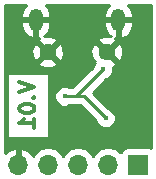
<source format=gbl>
%TF.GenerationSoftware,KiCad,Pcbnew,4.0.7*%
%TF.CreationDate,2017-12-10T14:51:51+08:00*%
%TF.ProjectId,MicroUSB,4D6963726F5553422E6B696361645F70,rev?*%
%TF.FileFunction,Copper,L2,Bot,Signal*%
%FSLAX46Y46*%
G04 Gerber Fmt 4.6, Leading zero omitted, Abs format (unit mm)*
G04 Created by KiCad (PCBNEW 4.0.7) date 12/10/17 14:51:51*
%MOMM*%
%LPD*%
G01*
G04 APERTURE LIST*
%ADD10C,0.100000*%
%ADD11C,0.325000*%
%ADD12R,1.700000X1.700000*%
%ADD13O,1.700000X1.700000*%
%ADD14C,1.450000*%
%ADD15O,1.200000X1.900000*%
%ADD16C,0.453000*%
%ADD17C,0.250000*%
%ADD18C,0.254000*%
G04 APERTURE END LIST*
D10*
D11*
X3028095Y-7969048D02*
X4328095Y-8402381D01*
X3028095Y-8835714D01*
X4204286Y-9269048D02*
X4266190Y-9330953D01*
X4328095Y-9269048D01*
X4266190Y-9207143D01*
X4204286Y-9269048D01*
X4328095Y-9269048D01*
X3028095Y-10135715D02*
X3028095Y-10259524D01*
X3090000Y-10383334D01*
X3151905Y-10445239D01*
X3275714Y-10507143D01*
X3523333Y-10569048D01*
X3832857Y-10569048D01*
X4080476Y-10507143D01*
X4204286Y-10445239D01*
X4266190Y-10383334D01*
X4328095Y-10259524D01*
X4328095Y-10135715D01*
X4266190Y-10011905D01*
X4204286Y-9950001D01*
X4080476Y-9888096D01*
X3832857Y-9826191D01*
X3523333Y-9826191D01*
X3275714Y-9888096D01*
X3151905Y-9950001D01*
X3090000Y-10011905D01*
X3028095Y-10135715D01*
X4328095Y-11807143D02*
X4328095Y-11064286D01*
X4328095Y-11435715D02*
X3028095Y-11435715D01*
X3213810Y-11311905D01*
X3337619Y-11188096D01*
X3399524Y-11064286D01*
D12*
X13100000Y-14950000D03*
D13*
X10560000Y-14950000D03*
X8020000Y-14950000D03*
X5480000Y-14950000D03*
X2940000Y-14950000D03*
D14*
X10440000Y-5400000D03*
X5440000Y-5400000D03*
D15*
X11440000Y-2700000D03*
X4440000Y-2700000D03*
D16*
X13160000Y-5440000D03*
X13530000Y-10900000D03*
X10130000Y-6870004D03*
X10350000Y-11020000D03*
X6870000Y-9170000D03*
D17*
X10130000Y-6870004D02*
X10130000Y-6880000D01*
X10130000Y-6880000D02*
X7840000Y-9170000D01*
X10350000Y-11020000D02*
X8500000Y-9170000D01*
X8500000Y-9170000D02*
X6870000Y-9170000D01*
X7840000Y-9170000D02*
X6870000Y-9170000D01*
X7960000Y-14820000D02*
X7820000Y-14680000D01*
D18*
G36*
X3347610Y-1760053D02*
X3205000Y-2223000D01*
X3205000Y-2573000D01*
X4313000Y-2573000D01*
X4313000Y-2553000D01*
X4567000Y-2553000D01*
X4567000Y-2573000D01*
X5675000Y-2573000D01*
X5675000Y-2223000D01*
X5532390Y-1760053D01*
X5283977Y-1460000D01*
X10596023Y-1460000D01*
X10347610Y-1760053D01*
X10205000Y-2223000D01*
X10205000Y-2573000D01*
X11313000Y-2573000D01*
X11313000Y-2553000D01*
X11567000Y-2553000D01*
X11567000Y-2573000D01*
X12675000Y-2573000D01*
X12675000Y-2223000D01*
X12532390Y-1760053D01*
X12283977Y-1460000D01*
X14180000Y-1460000D01*
X14180000Y-13499136D01*
X13950000Y-13452560D01*
X12250000Y-13452560D01*
X12014683Y-13496838D01*
X11798559Y-13635910D01*
X11653569Y-13848110D01*
X11639914Y-13915541D01*
X11610054Y-13870853D01*
X11128285Y-13548946D01*
X10560000Y-13435907D01*
X9991715Y-13548946D01*
X9509946Y-13870853D01*
X9290000Y-14200026D01*
X9070054Y-13870853D01*
X8588285Y-13548946D01*
X8020000Y-13435907D01*
X7451715Y-13548946D01*
X6969946Y-13870853D01*
X6750000Y-14200026D01*
X6530054Y-13870853D01*
X6048285Y-13548946D01*
X5480000Y-13435907D01*
X4911715Y-13548946D01*
X4429946Y-13870853D01*
X4202298Y-14211553D01*
X4135183Y-14068642D01*
X3706924Y-13678355D01*
X3296890Y-13508524D01*
X3067000Y-13629845D01*
X3067000Y-14823000D01*
X3087000Y-14823000D01*
X3087000Y-15077000D01*
X3067000Y-15077000D01*
X3067000Y-15097000D01*
X2813000Y-15097000D01*
X2813000Y-15077000D01*
X2793000Y-15077000D01*
X2793000Y-14823000D01*
X2813000Y-14823000D01*
X2813000Y-13629845D01*
X2583110Y-13508524D01*
X2173076Y-13678355D01*
X1850000Y-13972785D01*
X1850000Y-7210238D01*
X2032500Y-7210238D01*
X2032500Y-12689762D01*
X5577500Y-12689762D01*
X5577500Y-9340611D01*
X6008351Y-9340611D01*
X6139230Y-9657363D01*
X6381362Y-9899918D01*
X6697885Y-10031350D01*
X7040611Y-10031649D01*
X7286621Y-9930000D01*
X8185198Y-9930000D01*
X9518306Y-11263108D01*
X9619230Y-11507363D01*
X9861362Y-11749918D01*
X10177885Y-11881350D01*
X10520611Y-11881649D01*
X10837363Y-11750770D01*
X11079918Y-11508638D01*
X11211350Y-11192115D01*
X11211649Y-10849389D01*
X11080770Y-10532637D01*
X10838638Y-10290082D01*
X10592805Y-10188003D01*
X9244802Y-8840000D01*
X10390143Y-7694659D01*
X10617363Y-7600774D01*
X10859918Y-7358642D01*
X10991350Y-7042119D01*
X10991649Y-6699393D01*
X10976650Y-6663092D01*
X11148878Y-6591753D01*
X11213793Y-6353398D01*
X10440000Y-5579605D01*
X10425858Y-5593748D01*
X10246253Y-5414143D01*
X10260395Y-5400000D01*
X10619605Y-5400000D01*
X11393398Y-6173793D01*
X11631753Y-6108878D01*
X11812312Y-5598854D01*
X11783949Y-5058556D01*
X11631753Y-4691122D01*
X11393398Y-4626207D01*
X10619605Y-5400000D01*
X10260395Y-5400000D01*
X9486602Y-4626207D01*
X9248247Y-4691122D01*
X9067688Y-5201146D01*
X9096051Y-5741444D01*
X9248247Y-6108878D01*
X9486600Y-6173792D01*
X9371450Y-6288942D01*
X9432006Y-6349498D01*
X9400082Y-6381366D01*
X9290905Y-6644293D01*
X7525198Y-8410000D01*
X7286193Y-8410000D01*
X7042115Y-8308650D01*
X6699389Y-8308351D01*
X6382637Y-8439230D01*
X6140082Y-8681362D01*
X6008650Y-8997885D01*
X6008351Y-9340611D01*
X5577500Y-9340611D01*
X5577500Y-7210238D01*
X2032500Y-7210238D01*
X1850000Y-7210238D01*
X1850000Y-6353398D01*
X4666207Y-6353398D01*
X4731122Y-6591753D01*
X5241146Y-6772312D01*
X5781444Y-6743949D01*
X6148878Y-6591753D01*
X6213793Y-6353398D01*
X5440000Y-5579605D01*
X4666207Y-6353398D01*
X1850000Y-6353398D01*
X1850000Y-5201146D01*
X4067688Y-5201146D01*
X4096051Y-5741444D01*
X4248247Y-6108878D01*
X4486602Y-6173793D01*
X5260395Y-5400000D01*
X5619605Y-5400000D01*
X6393398Y-6173793D01*
X6631753Y-6108878D01*
X6812312Y-5598854D01*
X6783949Y-5058556D01*
X6631753Y-4691122D01*
X6393398Y-4626207D01*
X5619605Y-5400000D01*
X5260395Y-5400000D01*
X4486602Y-4626207D01*
X4248247Y-4691122D01*
X4067688Y-5201146D01*
X1850000Y-5201146D01*
X1850000Y-2827000D01*
X3205000Y-2827000D01*
X3205000Y-3177000D01*
X3347610Y-3639947D01*
X3656526Y-4013080D01*
X4084719Y-4239592D01*
X4122391Y-4243462D01*
X4313000Y-4118731D01*
X4313000Y-2827000D01*
X4567000Y-2827000D01*
X4567000Y-4118731D01*
X4726988Y-4223424D01*
X4666207Y-4446602D01*
X5440000Y-5220395D01*
X6213793Y-4446602D01*
X9666207Y-4446602D01*
X10440000Y-5220395D01*
X11213793Y-4446602D01*
X11153012Y-4223424D01*
X11313000Y-4118731D01*
X11313000Y-2827000D01*
X11567000Y-2827000D01*
X11567000Y-4118731D01*
X11757609Y-4243462D01*
X11795281Y-4239592D01*
X12223474Y-4013080D01*
X12532390Y-3639947D01*
X12675000Y-3177000D01*
X12675000Y-2827000D01*
X11567000Y-2827000D01*
X11313000Y-2827000D01*
X10205000Y-2827000D01*
X10205000Y-3177000D01*
X10347610Y-3639947D01*
X10656526Y-4013080D01*
X10775768Y-4076158D01*
X10638854Y-4027688D01*
X10098556Y-4056051D01*
X9731122Y-4208247D01*
X9666207Y-4446602D01*
X6213793Y-4446602D01*
X6148878Y-4208247D01*
X5638854Y-4027688D01*
X5147055Y-4053505D01*
X5223474Y-4013080D01*
X5532390Y-3639947D01*
X5675000Y-3177000D01*
X5675000Y-2827000D01*
X4567000Y-2827000D01*
X4313000Y-2827000D01*
X3205000Y-2827000D01*
X1850000Y-2827000D01*
X1850000Y-1460000D01*
X3596023Y-1460000D01*
X3347610Y-1760053D01*
X3347610Y-1760053D01*
G37*
X3347610Y-1760053D02*
X3205000Y-2223000D01*
X3205000Y-2573000D01*
X4313000Y-2573000D01*
X4313000Y-2553000D01*
X4567000Y-2553000D01*
X4567000Y-2573000D01*
X5675000Y-2573000D01*
X5675000Y-2223000D01*
X5532390Y-1760053D01*
X5283977Y-1460000D01*
X10596023Y-1460000D01*
X10347610Y-1760053D01*
X10205000Y-2223000D01*
X10205000Y-2573000D01*
X11313000Y-2573000D01*
X11313000Y-2553000D01*
X11567000Y-2553000D01*
X11567000Y-2573000D01*
X12675000Y-2573000D01*
X12675000Y-2223000D01*
X12532390Y-1760053D01*
X12283977Y-1460000D01*
X14180000Y-1460000D01*
X14180000Y-13499136D01*
X13950000Y-13452560D01*
X12250000Y-13452560D01*
X12014683Y-13496838D01*
X11798559Y-13635910D01*
X11653569Y-13848110D01*
X11639914Y-13915541D01*
X11610054Y-13870853D01*
X11128285Y-13548946D01*
X10560000Y-13435907D01*
X9991715Y-13548946D01*
X9509946Y-13870853D01*
X9290000Y-14200026D01*
X9070054Y-13870853D01*
X8588285Y-13548946D01*
X8020000Y-13435907D01*
X7451715Y-13548946D01*
X6969946Y-13870853D01*
X6750000Y-14200026D01*
X6530054Y-13870853D01*
X6048285Y-13548946D01*
X5480000Y-13435907D01*
X4911715Y-13548946D01*
X4429946Y-13870853D01*
X4202298Y-14211553D01*
X4135183Y-14068642D01*
X3706924Y-13678355D01*
X3296890Y-13508524D01*
X3067000Y-13629845D01*
X3067000Y-14823000D01*
X3087000Y-14823000D01*
X3087000Y-15077000D01*
X3067000Y-15077000D01*
X3067000Y-15097000D01*
X2813000Y-15097000D01*
X2813000Y-15077000D01*
X2793000Y-15077000D01*
X2793000Y-14823000D01*
X2813000Y-14823000D01*
X2813000Y-13629845D01*
X2583110Y-13508524D01*
X2173076Y-13678355D01*
X1850000Y-13972785D01*
X1850000Y-7210238D01*
X2032500Y-7210238D01*
X2032500Y-12689762D01*
X5577500Y-12689762D01*
X5577500Y-9340611D01*
X6008351Y-9340611D01*
X6139230Y-9657363D01*
X6381362Y-9899918D01*
X6697885Y-10031350D01*
X7040611Y-10031649D01*
X7286621Y-9930000D01*
X8185198Y-9930000D01*
X9518306Y-11263108D01*
X9619230Y-11507363D01*
X9861362Y-11749918D01*
X10177885Y-11881350D01*
X10520611Y-11881649D01*
X10837363Y-11750770D01*
X11079918Y-11508638D01*
X11211350Y-11192115D01*
X11211649Y-10849389D01*
X11080770Y-10532637D01*
X10838638Y-10290082D01*
X10592805Y-10188003D01*
X9244802Y-8840000D01*
X10390143Y-7694659D01*
X10617363Y-7600774D01*
X10859918Y-7358642D01*
X10991350Y-7042119D01*
X10991649Y-6699393D01*
X10976650Y-6663092D01*
X11148878Y-6591753D01*
X11213793Y-6353398D01*
X10440000Y-5579605D01*
X10425858Y-5593748D01*
X10246253Y-5414143D01*
X10260395Y-5400000D01*
X10619605Y-5400000D01*
X11393398Y-6173793D01*
X11631753Y-6108878D01*
X11812312Y-5598854D01*
X11783949Y-5058556D01*
X11631753Y-4691122D01*
X11393398Y-4626207D01*
X10619605Y-5400000D01*
X10260395Y-5400000D01*
X9486602Y-4626207D01*
X9248247Y-4691122D01*
X9067688Y-5201146D01*
X9096051Y-5741444D01*
X9248247Y-6108878D01*
X9486600Y-6173792D01*
X9371450Y-6288942D01*
X9432006Y-6349498D01*
X9400082Y-6381366D01*
X9290905Y-6644293D01*
X7525198Y-8410000D01*
X7286193Y-8410000D01*
X7042115Y-8308650D01*
X6699389Y-8308351D01*
X6382637Y-8439230D01*
X6140082Y-8681362D01*
X6008650Y-8997885D01*
X6008351Y-9340611D01*
X5577500Y-9340611D01*
X5577500Y-7210238D01*
X2032500Y-7210238D01*
X1850000Y-7210238D01*
X1850000Y-6353398D01*
X4666207Y-6353398D01*
X4731122Y-6591753D01*
X5241146Y-6772312D01*
X5781444Y-6743949D01*
X6148878Y-6591753D01*
X6213793Y-6353398D01*
X5440000Y-5579605D01*
X4666207Y-6353398D01*
X1850000Y-6353398D01*
X1850000Y-5201146D01*
X4067688Y-5201146D01*
X4096051Y-5741444D01*
X4248247Y-6108878D01*
X4486602Y-6173793D01*
X5260395Y-5400000D01*
X5619605Y-5400000D01*
X6393398Y-6173793D01*
X6631753Y-6108878D01*
X6812312Y-5598854D01*
X6783949Y-5058556D01*
X6631753Y-4691122D01*
X6393398Y-4626207D01*
X5619605Y-5400000D01*
X5260395Y-5400000D01*
X4486602Y-4626207D01*
X4248247Y-4691122D01*
X4067688Y-5201146D01*
X1850000Y-5201146D01*
X1850000Y-2827000D01*
X3205000Y-2827000D01*
X3205000Y-3177000D01*
X3347610Y-3639947D01*
X3656526Y-4013080D01*
X4084719Y-4239592D01*
X4122391Y-4243462D01*
X4313000Y-4118731D01*
X4313000Y-2827000D01*
X4567000Y-2827000D01*
X4567000Y-4118731D01*
X4726988Y-4223424D01*
X4666207Y-4446602D01*
X5440000Y-5220395D01*
X6213793Y-4446602D01*
X9666207Y-4446602D01*
X10440000Y-5220395D01*
X11213793Y-4446602D01*
X11153012Y-4223424D01*
X11313000Y-4118731D01*
X11313000Y-2827000D01*
X11567000Y-2827000D01*
X11567000Y-4118731D01*
X11757609Y-4243462D01*
X11795281Y-4239592D01*
X12223474Y-4013080D01*
X12532390Y-3639947D01*
X12675000Y-3177000D01*
X12675000Y-2827000D01*
X11567000Y-2827000D01*
X11313000Y-2827000D01*
X10205000Y-2827000D01*
X10205000Y-3177000D01*
X10347610Y-3639947D01*
X10656526Y-4013080D01*
X10775768Y-4076158D01*
X10638854Y-4027688D01*
X10098556Y-4056051D01*
X9731122Y-4208247D01*
X9666207Y-4446602D01*
X6213793Y-4446602D01*
X6148878Y-4208247D01*
X5638854Y-4027688D01*
X5147055Y-4053505D01*
X5223474Y-4013080D01*
X5532390Y-3639947D01*
X5675000Y-3177000D01*
X5675000Y-2827000D01*
X4567000Y-2827000D01*
X4313000Y-2827000D01*
X3205000Y-2827000D01*
X1850000Y-2827000D01*
X1850000Y-1460000D01*
X3596023Y-1460000D01*
X3347610Y-1760053D01*
M02*

</source>
